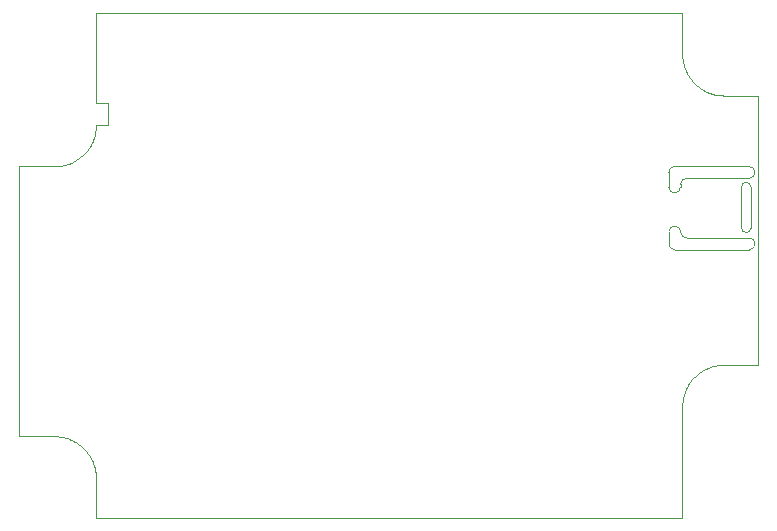
<source format=gbr>
%TF.GenerationSoftware,KiCad,Pcbnew,(6.0.7)*%
%TF.CreationDate,2022-10-06T21:18:37+03:00*%
%TF.ProjectId,RadioSens,52616469-6f53-4656-9e73-2e6b69636164,rev?*%
%TF.SameCoordinates,Original*%
%TF.FileFunction,Profile,NP*%
%FSLAX46Y46*%
G04 Gerber Fmt 4.6, Leading zero omitted, Abs format (unit mm)*
G04 Created by KiCad (PCBNEW (6.0.7)) date 2022-10-06 21:18:37*
%MOMM*%
%LPD*%
G01*
G04 APERTURE LIST*
%ADD10C,0.100000*%
%TA.AperFunction,Profile*%
%ADD11C,0.050000*%
%TD*%
%TA.AperFunction,Profile*%
%ADD12C,0.100000*%
%TD*%
G04 APERTURE END LIST*
D10*
X126483648Y-85065613D02*
X126591546Y-85134122D01*
X126701904Y-85198564D01*
X126814561Y-85258891D01*
X126929354Y-85315053D01*
X127046122Y-85367002D01*
X127164702Y-85414689D01*
X127284933Y-85458065D01*
X127406653Y-85497082D01*
X127529700Y-85531691D01*
X127653912Y-85561844D01*
X127779127Y-85587491D01*
X127905183Y-85608585D01*
X128031919Y-85625075D01*
X128159171Y-85636915D01*
X128286780Y-85644054D01*
X128414582Y-85646445D01*
D11*
X123769820Y-98198180D02*
G75*
G03*
X124269815Y-98698180I499980J-20D01*
G01*
D12*
X124915033Y-121396621D02*
X124915033Y-111945467D01*
D10*
X128414719Y-108445968D02*
X128306906Y-108447744D01*
X128199285Y-108453041D01*
X128091941Y-108461812D01*
X127984964Y-108474010D01*
X127878441Y-108489587D01*
X127772461Y-108508495D01*
X127667111Y-108530688D01*
X127562480Y-108556118D01*
X127458656Y-108584738D01*
X127355726Y-108616500D01*
X127253779Y-108651358D01*
X127152904Y-108689263D01*
X127053187Y-108730169D01*
X126954718Y-108774028D01*
X126857583Y-108820793D01*
X126761872Y-108870417D01*
X126667672Y-108922851D01*
X126575072Y-108978050D01*
X126484159Y-109035965D01*
X126395022Y-109096549D01*
X126307748Y-109159756D01*
X126222426Y-109225537D01*
X126139144Y-109293845D01*
X126057989Y-109364633D01*
X125979051Y-109437854D01*
X125902416Y-109513460D01*
X125828173Y-109591404D01*
X125756411Y-109671639D01*
X125687217Y-109754117D01*
X125620679Y-109838791D01*
X125556886Y-109925614D01*
X125495925Y-110014539D01*
X73696366Y-115077659D02*
X73588462Y-115009146D01*
X73478098Y-114944702D01*
X73365436Y-114884373D01*
X73250637Y-114828209D01*
X73133864Y-114776258D01*
X73015278Y-114728569D01*
X72895041Y-114685191D01*
X72773316Y-114646172D01*
X72650263Y-114611561D01*
X72526046Y-114581408D01*
X72400825Y-114555759D01*
X72274763Y-114534665D01*
X72148023Y-114518174D01*
X72020765Y-114506334D01*
X71893151Y-114499194D01*
X71765345Y-114496804D01*
D11*
X123769815Y-93396673D02*
G75*
G03*
X124769815Y-93396673I500000J0D01*
G01*
D10*
X124915033Y-82146963D02*
X124916809Y-82254771D01*
X124922106Y-82362389D01*
X124930878Y-82469729D01*
X124943076Y-82576702D01*
X124958653Y-82683221D01*
X124977562Y-82789197D01*
X124999756Y-82894543D01*
X125025186Y-82999170D01*
X125053807Y-83102990D01*
X125085570Y-83205915D01*
X125120429Y-83307857D01*
X125158335Y-83408728D01*
X125199243Y-83508440D01*
X125243103Y-83606905D01*
X125289869Y-83704035D01*
X125339494Y-83799741D01*
X125391930Y-83893936D01*
X125447131Y-83986532D01*
X125505047Y-84077440D01*
X125565634Y-84166572D01*
X125628842Y-84253841D01*
X125694624Y-84339158D01*
X125762935Y-84422436D01*
X125833725Y-84503586D01*
X125906948Y-84582519D01*
X125982556Y-84659149D01*
X126060502Y-84733387D01*
X126140739Y-84805144D01*
X126223219Y-84874334D01*
X126307896Y-84940867D01*
X126394721Y-85004656D01*
X126483648Y-85065613D01*
D12*
X68765033Y-91647275D02*
X68765033Y-114496804D01*
D11*
X124773320Y-97198180D02*
G75*
G03*
X125273377Y-97698180I500080J80D01*
G01*
D12*
X76319815Y-88147793D02*
X76319815Y-86248180D01*
X113960251Y-78696621D02*
X116010251Y-78696621D01*
X71765486Y-91647275D02*
X68765033Y-91647275D01*
X75265033Y-88147793D02*
X76319815Y-88147793D01*
D11*
X124269815Y-98698180D02*
X130569815Y-98698180D01*
D10*
X74684188Y-90078694D02*
X74752698Y-89970797D01*
X74817142Y-89860441D01*
X74877470Y-89747786D01*
X74933633Y-89632995D01*
X74985583Y-89516230D01*
X75033271Y-89397651D01*
X75076649Y-89277422D01*
X75115667Y-89155704D01*
X75150277Y-89032659D01*
X75180430Y-88908450D01*
X75206078Y-88783237D01*
X75227172Y-88657183D01*
X75243663Y-88530449D01*
X75255502Y-88403198D01*
X75262642Y-88275592D01*
X75265033Y-88147793D01*
D12*
X128414719Y-108445968D02*
X131365033Y-108445968D01*
X124915033Y-78696621D02*
X116010251Y-78696621D01*
D11*
X125273377Y-97698180D02*
X130569815Y-97698180D01*
X130566253Y-92648180D02*
X125269815Y-92648180D01*
X130719815Y-96848180D02*
X130719815Y-93398180D01*
X123769815Y-98198180D02*
X123773377Y-97198180D01*
X124769815Y-93148180D02*
X124769815Y-93396673D01*
X129919815Y-96848180D02*
X129919815Y-93398180D01*
X123769815Y-93396673D02*
X123766253Y-92148180D01*
D12*
X75265033Y-121396621D02*
X84410251Y-121396621D01*
D11*
X124266253Y-91648153D02*
G75*
G03*
X123766253Y-92148180I-53J-499947D01*
G01*
X130719815Y-93398180D02*
G75*
G03*
X129919815Y-93398180I-400000J0D01*
G01*
D12*
X116010251Y-121396621D02*
X124915033Y-121396621D01*
D11*
X124773377Y-97198180D02*
G75*
G03*
X123773377Y-97198180I-500000J0D01*
G01*
D12*
X85960251Y-121396621D02*
X84410251Y-121396621D01*
D10*
X125495925Y-110014539D02*
X125427408Y-110122436D01*
X125362959Y-110232794D01*
X125302627Y-110345451D01*
X125246459Y-110460244D01*
X125194505Y-110577011D01*
X125146813Y-110695592D01*
X125103432Y-110815823D01*
X125064411Y-110937542D01*
X125029798Y-111060589D01*
X124999642Y-111184801D01*
X124973992Y-111310015D01*
X124952897Y-111436071D01*
X124936404Y-111562806D01*
X124924563Y-111690058D01*
X124917423Y-111817666D01*
X124915033Y-111945467D01*
D12*
X86210251Y-78696621D02*
X84160251Y-78696621D01*
X113960251Y-78696621D02*
X86210251Y-78696621D01*
D11*
X129919815Y-96848180D02*
G75*
G03*
X130719815Y-96848180I400000J0D01*
G01*
D10*
X75265033Y-117996305D02*
X75263256Y-117888497D01*
X75257958Y-117780880D01*
X75249187Y-117673542D01*
X75236988Y-117566569D01*
X75221410Y-117460052D01*
X75202500Y-117354076D01*
X75180306Y-117248731D01*
X75154874Y-117144105D01*
X75126252Y-117040286D01*
X75094488Y-116937361D01*
X75059628Y-116835420D01*
X75021720Y-116734549D01*
X74980811Y-116634837D01*
X74936949Y-116536372D01*
X74890181Y-116439243D01*
X74840555Y-116343537D01*
X74788117Y-116249342D01*
X74732914Y-116156746D01*
X74674996Y-116065838D01*
X74614407Y-115976705D01*
X74551197Y-115889436D01*
X74485412Y-115804118D01*
X74417100Y-115720840D01*
X74346307Y-115639690D01*
X74273082Y-115560756D01*
X74197472Y-115484126D01*
X74119523Y-115409888D01*
X74039284Y-115338129D01*
X73956801Y-115268939D01*
X73872122Y-115202405D01*
X73785294Y-115138616D01*
X73696366Y-115077659D01*
D11*
X130566253Y-91648180D02*
X124266253Y-91648180D01*
X130569815Y-98698220D02*
G75*
G03*
X130569815Y-97698180I-15J500020D01*
G01*
D12*
X84160251Y-78696621D02*
X75265033Y-78696621D01*
X68765033Y-114496804D02*
X71765345Y-114496804D01*
X131365033Y-85646445D02*
X128414582Y-85646445D01*
X75265033Y-117996305D02*
X75265033Y-121396621D01*
X76319815Y-86248180D02*
X75265033Y-86248180D01*
D11*
X130566253Y-92648220D02*
G75*
G03*
X130566253Y-91648180I-53J500020D01*
G01*
D10*
X71765486Y-91647275D02*
X71873296Y-91645498D01*
X71980916Y-91640201D01*
X72088257Y-91631430D01*
X72195232Y-91619232D01*
X72301753Y-91603655D01*
X72407731Y-91584747D01*
X72513078Y-91562554D01*
X72617707Y-91537123D01*
X72721528Y-91508503D01*
X72824455Y-91476741D01*
X72926399Y-91441883D01*
X73027272Y-91403978D01*
X73126985Y-91363071D01*
X73225452Y-91319212D01*
X73322583Y-91272447D01*
X73418292Y-91222823D01*
X73512488Y-91170388D01*
X73605085Y-91115189D01*
X73695995Y-91057274D01*
X73785129Y-90996689D01*
X73872400Y-90933482D01*
X73957719Y-90867701D01*
X74040998Y-90799392D01*
X74122149Y-90728603D01*
X74201084Y-90655382D01*
X74277716Y-90579775D01*
X74351955Y-90501831D01*
X74423714Y-90421595D01*
X74492905Y-90339117D01*
X74559439Y-90254442D01*
X74623230Y-90167618D01*
X74684188Y-90078694D01*
D12*
X124915033Y-82146963D02*
X124915033Y-78696621D01*
X85960251Y-121396621D02*
X113960251Y-121396621D01*
X113960251Y-121396621D02*
X116010251Y-121396621D01*
X75265033Y-78696621D02*
X75265033Y-86248180D01*
D11*
X125269815Y-92648215D02*
G75*
G03*
X124769815Y-93148180I-15J-499985D01*
G01*
D12*
X131365033Y-108445968D02*
X131365033Y-85646445D01*
M02*

</source>
